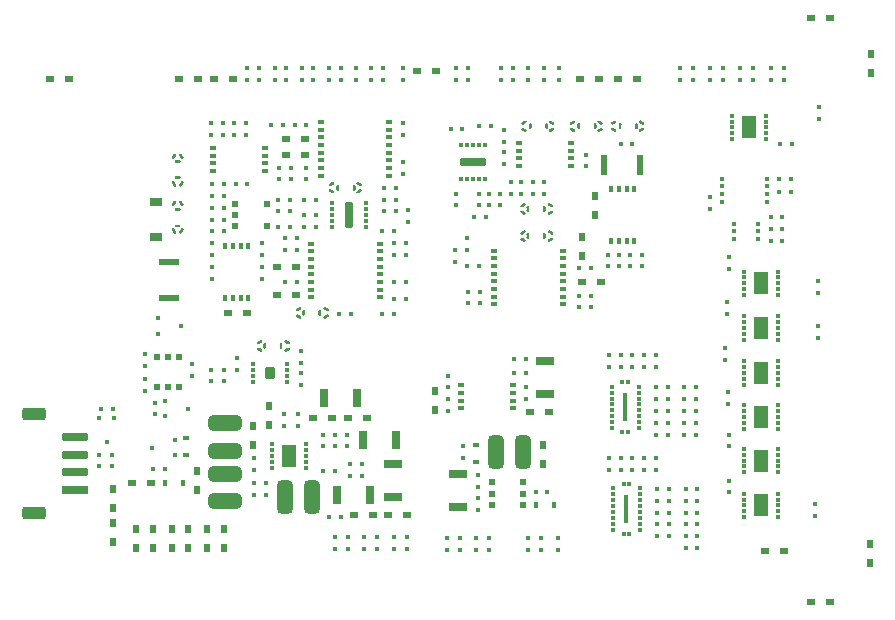
<source format=gbr>
%TF.GenerationSoftware,Altium Limited,Altium Designer,20.2.6 (244)*%
G04 Layer_Color=8421504*
%FSLAX45Y45*%
%MOMM*%
%TF.SameCoordinates,1A285BE7-DF3D-4214-9C7A-F78C9B27F18F*%
%TF.FilePolarity,Positive*%
%TF.FileFunction,Paste,Top*%
%TF.Part,Single*%
G01*
G75*
%TA.AperFunction,SMDPad,CuDef*%
%ADD54R,2.20000X0.70000*%
G04:AMPARAMS|DCode=55|XSize=2.2mm|YSize=0.7mm|CornerRadius=0.175mm|HoleSize=0mm|Usage=FLASHONLY|Rotation=180.000|XOffset=0mm|YOffset=0mm|HoleType=Round|Shape=RoundedRectangle|*
%AMROUNDEDRECTD55*
21,1,2.20000,0.35000,0,0,180.0*
21,1,1.85000,0.70000,0,0,180.0*
1,1,0.35000,-0.92500,0.17500*
1,1,0.35000,0.92500,0.17500*
1,1,0.35000,0.92500,-0.17500*
1,1,0.35000,-0.92500,-0.17500*
%
%ADD55ROUNDEDRECTD55*%
G04:AMPARAMS|DCode=56|XSize=2mm|YSize=1.1mm|CornerRadius=0.275mm|HoleSize=0mm|Usage=FLASHONLY|Rotation=180.000|XOffset=0mm|YOffset=0mm|HoleType=Round|Shape=RoundedRectangle|*
%AMROUNDEDRECTD56*
21,1,2.00000,0.55000,0,0,180.0*
21,1,1.45000,1.10000,0,0,180.0*
1,1,0.55000,-0.72500,0.27500*
1,1,0.55000,0.72500,0.27500*
1,1,0.55000,0.72500,-0.27500*
1,1,0.55000,-0.72500,-0.27500*
%
%ADD56ROUNDEDRECTD56*%
G04:AMPARAMS|DCode=63|XSize=2.8mm|YSize=1.3mm|CornerRadius=0.325mm|HoleSize=0mm|Usage=FLASHONLY|Rotation=90.000|XOffset=0mm|YOffset=0mm|HoleType=Round|Shape=RoundedRectangle|*
%AMROUNDEDRECTD63*
21,1,2.80000,0.65000,0,0,90.0*
21,1,2.15000,1.30000,0,0,90.0*
1,1,0.65000,0.32500,1.07500*
1,1,0.65000,0.32500,-1.07500*
1,1,0.65000,-0.32500,-1.07500*
1,1,0.65000,-0.32500,1.07500*
%
%ADD63ROUNDEDRECTD63*%
G04:AMPARAMS|DCode=64|XSize=2.8mm|YSize=1.3mm|CornerRadius=0.325mm|HoleSize=0mm|Usage=FLASHONLY|Rotation=0.000|XOffset=0mm|YOffset=0mm|HoleType=Round|Shape=RoundedRectangle|*
%AMROUNDEDRECTD64*
21,1,2.80000,0.65000,0,0,0.0*
21,1,2.15000,1.30000,0,0,0.0*
1,1,0.65000,1.07500,-0.32500*
1,1,0.65000,-1.07500,-0.32500*
1,1,0.65000,-1.07500,0.32500*
1,1,0.65000,1.07500,0.32500*
%
%ADD64ROUNDEDRECTD64*%
%TA.AperFunction,NonConductor*%
%ADD100C,0.25000*%
%ADD170R,0.60000X0.60000*%
%ADD171R,0.60000X0.40000*%
%ADD172R,0.60000X0.40000*%
%ADD173R,0.45000X0.30000*%
%ADD174R,0.45000X0.30000*%
%ADD175R,0.55000X0.49999*%
%ADD176R,0.55000X0.49999*%
%ADD177R,0.40000X0.60000*%
%ADD178R,0.45000X0.35000*%
%ADD179R,0.45000X0.30000*%
%ADD180R,0.45000X0.30000*%
%ADD181R,0.40000X0.40000*%
%ADD182R,0.30000X0.45000*%
%ADD183R,0.30000X0.45000*%
%ADD184R,0.80000X0.50000*%
%ADD185R,0.50000X0.80000*%
%ADD186R,1.70000X0.55000*%
%ADD187R,0.55000X1.70000*%
%ADD188R,0.80000X0.49999*%
%ADD189R,0.49999X0.80000*%
%ADD190R,0.50000X0.40000*%
%ADD191R,0.50000X0.40000*%
%ADD192R,0.40000X0.50000*%
%ADD193R,0.40000X0.50000*%
%ADD194R,1.09999X0.65001*%
%ADD195R,1.59999X0.69999*%
%ADD196R,0.69999X1.60000*%
%ADD197R,0.69999X1.60000*%
%TA.AperFunction,SMDPad,CuDef*%
G04:AMPARAMS|DCode=198|XSize=1mm|YSize=0.9mm|CornerRadius=0.125mm|HoleSize=0mm|Usage=FLASHONLY|Rotation=90.000|XOffset=0mm|YOffset=0mm|HoleType=Round|Shape=RoundedRectangle|*
%AMROUNDEDRECTD198*
21,1,1.00000,0.65000,0,0,90.0*
21,1,0.75000,0.90000,0,0,90.0*
1,1,0.25000,0.32500,0.37500*
1,1,0.25000,0.32500,-0.37500*
1,1,0.25000,-0.32500,-0.37500*
1,1,0.25000,-0.32500,0.37500*
%
%ADD198ROUNDEDRECTD198*%
G04:AMPARAMS|DCode=199|XSize=2.15mm|YSize=0.7mm|CornerRadius=0.075mm|HoleSize=0mm|Usage=FLASHONLY|Rotation=90.000|XOffset=0mm|YOffset=0mm|HoleType=Round|Shape=RoundedRectangle|*
%AMROUNDEDRECTD199*
21,1,2.15000,0.55000,0,0,90.0*
21,1,2.00000,0.70000,0,0,90.0*
1,1,0.15000,0.27500,1.00000*
1,1,0.15000,0.27500,-1.00000*
1,1,0.15000,-0.27500,-1.00000*
1,1,0.15000,-0.27500,1.00000*
%
%ADD199ROUNDEDRECTD199*%
G04:AMPARAMS|DCode=200|XSize=1.9mm|YSize=1.12mm|CornerRadius=0mm|HoleSize=0mm|Usage=FLASHONLY|Rotation=90.000|XOffset=0mm|YOffset=0mm|HoleType=Round|Shape=RoundedRectangle|*
%AMROUNDEDRECTD200*
21,1,1.90000,1.12000,0,0,90.0*
21,1,1.90000,1.12000,0,0,90.0*
1,1,0.00000,0.56000,0.95000*
1,1,0.00000,0.56000,-0.95000*
1,1,0.00000,-0.56000,-0.95000*
1,1,0.00000,-0.56000,0.95000*
%
%ADD200ROUNDEDRECTD200*%
G04:AMPARAMS|DCode=201|XSize=0.4mm|YSize=2.38mm|CornerRadius=0mm|HoleSize=0mm|Usage=FLASHONLY|Rotation=0.000|XOffset=0mm|YOffset=0mm|HoleType=Round|Shape=RoundedRectangle|*
%AMROUNDEDRECTD201*
21,1,0.40000,2.38000,0,0,0.0*
21,1,0.40000,2.38000,0,0,0.0*
1,1,0.00000,0.20000,-1.19000*
1,1,0.00000,-0.20000,-1.19000*
1,1,0.00000,-0.20000,1.19000*
1,1,0.00000,0.20000,1.19000*
%
%ADD201ROUNDEDRECTD201*%
G04:AMPARAMS|DCode=202|XSize=2.15mm|YSize=0.7mm|CornerRadius=0.075mm|HoleSize=0mm|Usage=FLASHONLY|Rotation=0.000|XOffset=0mm|YOffset=0mm|HoleType=Round|Shape=RoundedRectangle|*
%AMROUNDEDRECTD202*
21,1,2.15000,0.55000,0,0,0.0*
21,1,2.00000,0.70000,0,0,0.0*
1,1,0.15000,1.00000,-0.27500*
1,1,0.15000,-1.00000,-0.27500*
1,1,0.15000,-1.00000,0.27500*
1,1,0.15000,1.00000,0.27500*
%
%ADD202ROUNDEDRECTD202*%
D54*
X1620000Y1200000D02*
D03*
D55*
Y1350000D02*
D03*
Y1500000D02*
D03*
Y1650000D02*
D03*
D56*
X1270000Y1845000D02*
D03*
Y1005000D02*
D03*
D63*
X3625000Y1140000D02*
D03*
X3395000D02*
D03*
X5185000Y1520000D02*
D03*
X5415000D02*
D03*
D64*
X2890000Y1105000D02*
D03*
Y1335000D02*
D03*
Y1765000D02*
D03*
Y1535000D02*
D03*
D100*
X3195401Y2457423D02*
G03*
X3172890Y2444426I6599J-37423D01*
G01*
Y2395640D02*
G03*
X3195401Y2382644I29110J24426D01*
G01*
X3225708Y2407011D02*
G03*
X3225708Y2433005I-35708J12997D01*
G01*
X3406599Y2382577D02*
G03*
X3429110Y2395574I-6599J37423D01*
G01*
Y2444426D02*
G03*
X3406599Y2457423I-29110J-24426D01*
G01*
X3364292Y2432997D02*
G03*
X3364292Y2407003I35708J-12997D01*
G01*
X4014599Y3722577D02*
G03*
X4037110Y3735574I-6599J37423D01*
G01*
Y3784359D02*
G03*
X4014599Y3797356I-29110J-24426D01*
G01*
X3984292Y3772988D02*
G03*
X3984292Y3746995I35708J-12997D01*
G01*
X3803401Y3797422D02*
G03*
X3780890Y3784426I6599J-37423D01*
G01*
Y3735574D02*
G03*
X3803401Y3722577I29110J24426D01*
G01*
X3845708Y3747003D02*
G03*
X3845708Y3772997I-35708J12997D01*
G01*
X2527423Y4014599D02*
G03*
X2514426Y4037110I-37423J-6599D01*
G01*
X2465640D02*
G03*
X2452644Y4014599I24426J-29110D01*
G01*
X2477012Y3984292D02*
G03*
X2503005Y3984292I12997J35708D01*
G01*
X2452578Y3803401D02*
G03*
X2465574Y3780890I37423J6599D01*
G01*
X2514426D02*
G03*
X2527423Y3803401I-24426J29110D01*
G01*
X2502997Y3845708D02*
G03*
X2477003Y3845708I-12997J-35708D01*
G01*
X2452578Y3405401D02*
G03*
X2465574Y3382890I37423J6599D01*
G01*
X2514360D02*
G03*
X2527356Y3405401I-24426J29110D01*
G01*
X2502989Y3435708D02*
G03*
X2476995Y3435708I-12997J-35708D01*
G01*
X2527423Y3616599D02*
G03*
X2514426Y3639110I-37423J-6599D01*
G01*
X2465574D02*
G03*
X2452578Y3616599I24426J-29110D01*
G01*
X2477003Y3574292D02*
G03*
X2502997Y3574292I12997J35708D01*
G01*
X3525401Y2737423D02*
G03*
X3502890Y2724426I6599J-37423D01*
G01*
Y2675640D02*
G03*
X3525401Y2662644I29110J24426D01*
G01*
X3555708Y2687011D02*
G03*
X3555708Y2713005I-35708J12997D01*
G01*
X3736599Y2662577D02*
G03*
X3759110Y2675574I-6599J37423D01*
G01*
Y2724426D02*
G03*
X3736599Y2737423I-29110J-24426D01*
G01*
X3694292Y2712997D02*
G03*
X3694292Y2687003I35708J-12997D01*
G01*
X5425401Y3387422D02*
G03*
X5402890Y3374426I6599J-37423D01*
G01*
Y3325640D02*
G03*
X5425401Y3312644I29110J24426D01*
G01*
X5455708Y3337011D02*
G03*
X5455708Y3363005I-35708J12997D01*
G01*
X5636599Y3312577D02*
G03*
X5659110Y3325574I-6599J37423D01*
G01*
Y3374426D02*
G03*
X5636599Y3387422I-29110J-24426D01*
G01*
X5594292Y3362997D02*
G03*
X5594292Y3337003I35708J-12997D01*
G01*
X6404599Y4242577D02*
G03*
X6427110Y4255574I-6599J37423D01*
G01*
Y4304360D02*
G03*
X6404599Y4317356I-29110J-24426D01*
G01*
X6374292Y4292989D02*
G03*
X6374292Y4266995I35708J-12997D01*
G01*
X6193401Y4317423D02*
G03*
X6170890Y4304426I6599J-37423D01*
G01*
Y4255574D02*
G03*
X6193401Y4242577I29110J24426D01*
G01*
X6235708Y4267003D02*
G03*
X6235708Y4292997I-35708J12997D01*
G01*
X6054599Y4242577D02*
G03*
X6077110Y4255574I-6599J37423D01*
G01*
Y4304360D02*
G03*
X6054599Y4317356I-29110J-24426D01*
G01*
X6024292Y4292989D02*
G03*
X6024292Y4266995I35708J-12997D01*
G01*
X5843401Y4317423D02*
G03*
X5820890Y4304426I6599J-37423D01*
G01*
Y4255574D02*
G03*
X5843401Y4242577I29110J24426D01*
G01*
X5885708Y4267003D02*
G03*
X5885708Y4292997I-35708J12997D01*
G01*
X5425401Y3617423D02*
G03*
X5402890Y3604426I6599J-37423D01*
G01*
Y3555640D02*
G03*
X5425401Y3542644I29110J24426D01*
G01*
X5455708Y3567011D02*
G03*
X5455708Y3593005I-35708J12997D01*
G01*
X5636599Y3542577D02*
G03*
X5659110Y3555574I-6599J37423D01*
G01*
Y3604426D02*
G03*
X5636599Y3617423I-29110J-24426D01*
G01*
X5594292Y3592997D02*
G03*
X5594292Y3567003I35708J-12997D01*
G01*
X5644599Y4242577D02*
G03*
X5667110Y4255574I-6599J37423D01*
G01*
Y4304360D02*
G03*
X5644599Y4317356I-29110J-24426D01*
G01*
X5614292Y4292989D02*
G03*
X5614292Y4266995I35708J-12997D01*
G01*
X5433401Y4317423D02*
G03*
X5410890Y4304426I6599J-37423D01*
G01*
Y4255574D02*
G03*
X5433401Y4242577I29110J24426D01*
G01*
X5475708Y4267003D02*
G03*
X5475708Y4292997I-35708J12997D01*
G01*
D170*
X5150000Y1170000D02*
D03*
X5150000Y1265000D02*
D03*
X5150000Y1075000D02*
D03*
X5410000D02*
D03*
Y1170000D02*
D03*
Y1265000D02*
D03*
X2410000Y2329999D02*
D03*
X2504998Y2329998D02*
D03*
X2315000Y2329999D02*
D03*
X2315002Y2070001D02*
D03*
X2410000Y2070000D02*
D03*
X2505000D02*
D03*
D171*
X4890023Y2087509D02*
D03*
X4890000Y2022500D02*
D03*
Y1957500D02*
D03*
Y1892500D02*
D03*
X5330000D02*
D03*
Y1957500D02*
D03*
Y2087500D02*
D03*
X3700000Y3862500D02*
D03*
Y3927500D02*
D03*
Y3992500D02*
D03*
Y4057500D02*
D03*
Y4122500D02*
D03*
Y4187500D02*
D03*
Y4252500D02*
D03*
Y4317500D02*
D03*
X4280000Y4317500D02*
D03*
Y4252500D02*
D03*
Y4187500D02*
D03*
Y4122500D02*
D03*
Y4057500D02*
D03*
Y3992500D02*
D03*
Y3927500D02*
D03*
Y3862500D02*
D03*
X3229976Y3902491D02*
D03*
X3230000Y3967503D02*
D03*
Y4032496D02*
D03*
Y4097500D02*
D03*
X2790004D02*
D03*
Y4032496D02*
D03*
X2790000Y3902500D02*
D03*
X3620000Y2832500D02*
D03*
Y2897500D02*
D03*
Y2962500D02*
D03*
Y3027500D02*
D03*
Y3092500D02*
D03*
Y3157500D02*
D03*
Y3222500D02*
D03*
Y3287500D02*
D03*
X4200000Y3287500D02*
D03*
Y3222500D02*
D03*
Y3157500D02*
D03*
Y3092500D02*
D03*
Y3027500D02*
D03*
Y2962500D02*
D03*
Y2897500D02*
D03*
Y2832500D02*
D03*
X5750000Y3227496D02*
D03*
Y3162500D02*
D03*
Y3097500D02*
D03*
Y3032496D02*
D03*
Y2967503D02*
D03*
Y2902500D02*
D03*
Y2837500D02*
D03*
Y2772503D02*
D03*
X5170000Y2772503D02*
D03*
Y2837500D02*
D03*
Y2902500D02*
D03*
Y2967503D02*
D03*
Y3032496D02*
D03*
Y3097500D02*
D03*
Y3162500D02*
D03*
Y3227496D02*
D03*
X5819977Y3942491D02*
D03*
X5820000Y4007503D02*
D03*
Y4072496D02*
D03*
Y4137499D02*
D03*
X5380003D02*
D03*
Y4072496D02*
D03*
X5380000Y3942500D02*
D03*
D172*
X5330000Y2022500D02*
D03*
X2790002Y3967503D02*
D03*
X5380002Y4007503D02*
D03*
D173*
X3127499Y2265000D02*
D03*
Y2215000D02*
D03*
Y2165000D02*
D03*
X3412499Y2115000D02*
D03*
Y2165000D02*
D03*
Y2215000D02*
D03*
X4082500Y3580000D02*
D03*
Y3530000D02*
D03*
Y3480000D02*
D03*
X3797500D02*
D03*
Y3530000D02*
D03*
Y3580000D02*
D03*
Y3630000D02*
D03*
X4082500Y3430000D02*
D03*
X3287500Y1590000D02*
D03*
Y1540000D02*
D03*
Y1490000D02*
D03*
Y1440000D02*
D03*
X3572499Y1390000D02*
D03*
Y1440000D02*
D03*
Y1490000D02*
D03*
Y1540000D02*
D03*
D174*
X3127499Y2115000D02*
D03*
X3412499Y2265000D02*
D03*
X4082500Y3630000D02*
D03*
X3797500Y3430000D02*
D03*
X3287500Y1390000D02*
D03*
X3572499Y1590000D02*
D03*
D175*
X3242500Y3625000D02*
D03*
Y3434999D02*
D03*
X2977500D02*
D03*
Y3625000D02*
D03*
D176*
X2977500Y3530000D02*
D03*
D177*
X2892491Y2830025D02*
D03*
X2957499Y2830001D02*
D03*
X3022497Y2829999D02*
D03*
X3087500Y2830002D02*
D03*
X3087502Y3270000D02*
D03*
X3022498Y3269995D02*
D03*
X2957501Y3270000D02*
D03*
X2892500Y3270002D02*
D03*
X6357508Y3749976D02*
D03*
X6292499Y3750000D02*
D03*
X6227501Y3749998D02*
D03*
X6162500Y3750000D02*
D03*
X6162502Y3310002D02*
D03*
X6227502D02*
D03*
X6292500Y3310000D02*
D03*
X6357500Y3309999D02*
D03*
D178*
X7102500Y3837500D02*
D03*
Y3772500D02*
D03*
Y3707500D02*
D03*
Y3642500D02*
D03*
X7477500D02*
D03*
Y3707500D02*
D03*
Y3772500D02*
D03*
Y3837500D02*
D03*
D179*
X7287500Y3050000D02*
D03*
Y3000000D02*
D03*
Y2950000D02*
D03*
Y2900000D02*
D03*
X7572500Y2850000D02*
D03*
Y2900000D02*
D03*
Y2950000D02*
D03*
Y3000000D02*
D03*
X7287500Y970000D02*
D03*
X7572500Y1170000D02*
D03*
X7287500Y1720000D02*
D03*
X7572500Y1920000D02*
D03*
X7287500Y1550000D02*
D03*
Y1500000D02*
D03*
Y1450000D02*
D03*
Y1400000D02*
D03*
X7572500Y1350000D02*
D03*
Y1400000D02*
D03*
Y1450000D02*
D03*
Y1500000D02*
D03*
X6402500Y1015000D02*
D03*
Y965000D02*
D03*
Y915000D02*
D03*
Y865000D02*
D03*
X6177500D02*
D03*
Y915000D02*
D03*
Y965000D02*
D03*
Y1015000D02*
D03*
X6402500Y1215000D02*
D03*
Y1165000D02*
D03*
Y1115000D02*
D03*
Y1065000D02*
D03*
X6177500D02*
D03*
Y1115000D02*
D03*
Y1165000D02*
D03*
Y1215000D02*
D03*
X7287500Y2290000D02*
D03*
Y2240000D02*
D03*
Y2190000D02*
D03*
Y2140000D02*
D03*
X7572500Y2090000D02*
D03*
Y2140000D02*
D03*
Y2190000D02*
D03*
Y2240000D02*
D03*
X7472498Y4170002D02*
D03*
Y4220001D02*
D03*
Y4270000D02*
D03*
Y4319998D02*
D03*
X7187502Y4369998D02*
D03*
Y4319998D02*
D03*
Y4270000D02*
D03*
Y4220001D02*
D03*
X7287500Y2470000D02*
D03*
X7572500Y2670000D02*
D03*
X6392500Y1875000D02*
D03*
Y1824999D02*
D03*
Y1774999D02*
D03*
Y1725000D02*
D03*
X6167500D02*
D03*
Y1775000D02*
D03*
Y1825000D02*
D03*
Y1875000D02*
D03*
X6392500Y2075000D02*
D03*
Y2025000D02*
D03*
Y1975000D02*
D03*
Y1925000D02*
D03*
X6167500D02*
D03*
Y1975000D02*
D03*
Y2025000D02*
D03*
Y2074999D02*
D03*
D180*
X7287500Y2850000D02*
D03*
X7572500Y3050000D02*
D03*
X7287500Y1170000D02*
D03*
Y1120000D02*
D03*
Y1070000D02*
D03*
Y1020000D02*
D03*
X7572500Y970000D02*
D03*
Y1020000D02*
D03*
Y1070000D02*
D03*
Y1120000D02*
D03*
X7287500Y1920000D02*
D03*
Y1870000D02*
D03*
Y1820000D02*
D03*
Y1770000D02*
D03*
X7572500Y1720000D02*
D03*
Y1770000D02*
D03*
Y1820000D02*
D03*
Y1870000D02*
D03*
X7287500Y1350000D02*
D03*
X7572500Y1550000D02*
D03*
X7287500Y2090000D02*
D03*
X7572500Y2290000D02*
D03*
X7472498Y4369998D02*
D03*
X7187502Y4170001D02*
D03*
X7287500Y2670000D02*
D03*
Y2620000D02*
D03*
Y2570000D02*
D03*
Y2520000D02*
D03*
X7572500Y2470000D02*
D03*
Y2520000D02*
D03*
Y2570000D02*
D03*
Y2620000D02*
D03*
D181*
X7200000Y3455000D02*
D03*
Y3390000D02*
D03*
Y3325000D02*
D03*
X7400000D02*
D03*
Y3390000D02*
D03*
Y3455000D02*
D03*
X2270004Y1560000D02*
D03*
X2469997Y1625000D02*
D03*
Y1495004D02*
D03*
X2580000Y1889999D02*
D03*
X2380000Y1824999D02*
D03*
Y1954999D02*
D03*
X1890000Y1609998D02*
D03*
X1824999Y1809997D02*
D03*
X1954995Y1809998D02*
D03*
X2520000Y2590000D02*
D03*
X2320000Y2525000D02*
D03*
Y2655000D02*
D03*
X5020000Y790000D02*
D03*
X5020000Y690000D02*
D03*
X4950000Y4670000D02*
D03*
X4950000Y4770000D02*
D03*
X4880000Y790000D02*
D03*
X4879999Y690000D02*
D03*
X4070000Y800000D02*
D03*
X4069999Y700000D02*
D03*
X3930000Y700002D02*
D03*
X3930000Y800002D02*
D03*
X4000000Y4670000D02*
D03*
X4000000Y4770000D02*
D03*
X4129998D02*
D03*
X4129997Y4670000D02*
D03*
X3640000D02*
D03*
X3640000Y4770000D02*
D03*
X3769998D02*
D03*
X3769998Y4670000D02*
D03*
X7510000D02*
D03*
X7510000Y4770000D02*
D03*
X7619998D02*
D03*
X7619997Y4670000D02*
D03*
X7250000D02*
D03*
X7250000Y4770000D02*
D03*
X7359998D02*
D03*
X7359997Y4670000D02*
D03*
X7000000D02*
D03*
X7000000Y4770000D02*
D03*
X7109998D02*
D03*
X7109997Y4670000D02*
D03*
X6740000D02*
D03*
X6740000Y4770000D02*
D03*
X6849998D02*
D03*
X6849997Y4670000D02*
D03*
X5589998Y4770000D02*
D03*
X5589997Y4670000D02*
D03*
X5329998Y4770000D02*
D03*
X5329997Y4670000D02*
D03*
X6880000Y1670000D02*
D03*
X6780000D02*
D03*
X6640000D02*
D03*
X6540000D02*
D03*
X4849998Y4770000D02*
D03*
X4849997Y4670000D02*
D03*
X5570000Y690000D02*
D03*
X5570000Y790000D02*
D03*
X5460002D02*
D03*
X5460002Y690000D02*
D03*
X3920000Y1670000D02*
D03*
X3920000Y1570000D02*
D03*
X5140000Y4280000D02*
D03*
X5040000D02*
D03*
X5250000Y4150000D02*
D03*
X5250000Y4250000D02*
D03*
X3720003Y1670000D02*
D03*
X3819996D02*
D03*
X3819999Y1569999D02*
D03*
X3719999D02*
D03*
X3950000Y1319999D02*
D03*
X3949999Y1419999D02*
D03*
X7000002Y3680000D02*
D03*
X7000002Y3580000D02*
D03*
X7580003Y3720000D02*
D03*
X7679996D02*
D03*
X6890000Y1210000D02*
D03*
X6790000D02*
D03*
X6649999D02*
D03*
X6549999D02*
D03*
X6889999Y810000D02*
D03*
X6789999D02*
D03*
X6649999D02*
D03*
X6549999D02*
D03*
X6890000Y910000D02*
D03*
X6790000D02*
D03*
X6649999D02*
D03*
X6549999D02*
D03*
X6890000Y1010000D02*
D03*
X6790000D02*
D03*
X6650000D02*
D03*
X6550000D02*
D03*
X6890000Y1110000D02*
D03*
X6790000D02*
D03*
X6650000D02*
D03*
X6550000D02*
D03*
X6880000Y1770000D02*
D03*
X6780000D02*
D03*
X6640000D02*
D03*
X6540000D02*
D03*
X6880000Y1870000D02*
D03*
X6780000D02*
D03*
X6640000D02*
D03*
X6540000D02*
D03*
X6880000Y1970000D02*
D03*
X6780000D02*
D03*
X6640000D02*
D03*
X6540000D02*
D03*
X6880000Y2070000D02*
D03*
X6780000D02*
D03*
X6640000D02*
D03*
X6540000D02*
D03*
X5230000Y4770000D02*
D03*
X5230000Y4670000D02*
D03*
X4180000Y700002D02*
D03*
X4180000Y800002D02*
D03*
X3820000Y700000D02*
D03*
X3819999Y800000D02*
D03*
X5130000Y690000D02*
D03*
X5129999Y790000D02*
D03*
X4770000Y690000D02*
D03*
X4770000Y790000D02*
D03*
X3869998Y4770000D02*
D03*
X3869997Y4670000D02*
D03*
X3539998Y4770000D02*
D03*
X3539997Y4670000D02*
D03*
X4230000Y4770000D02*
D03*
X4230000Y4670000D02*
D03*
X2280004Y1380000D02*
D03*
X2379997D02*
D03*
X1940000Y1890000D02*
D03*
X1839999D02*
D03*
X1930000Y1400002D02*
D03*
X1930000Y1500002D02*
D03*
X1820000Y1500000D02*
D03*
X1819999Y1400000D02*
D03*
X3410000Y4670000D02*
D03*
X3410000Y4770000D02*
D03*
X5439997Y2310000D02*
D03*
X5340004D02*
D03*
X2210000Y2140000D02*
D03*
X2210000Y2040000D02*
D03*
X5030000Y1330000D02*
D03*
X5030000Y1230000D02*
D03*
X2210000Y2249998D02*
D03*
X2210000Y2349997D02*
D03*
X5029998Y1130000D02*
D03*
X5029998Y1030000D02*
D03*
X2299998Y1940000D02*
D03*
X2299997Y1840000D02*
D03*
X5710002Y790000D02*
D03*
X5710002Y690000D02*
D03*
X3560003Y3660000D02*
D03*
X3659996D02*
D03*
X2970003Y4310000D02*
D03*
X3069996D02*
D03*
X4400000Y3880000D02*
D03*
X4400000Y3980000D02*
D03*
X2869998Y4310000D02*
D03*
X2869997Y4210000D02*
D03*
X3450000Y3830002D02*
D03*
X3450000Y3930002D02*
D03*
X5720000Y4770000D02*
D03*
X5720000Y4670000D02*
D03*
X3180000Y4770000D02*
D03*
X3180000Y4670000D02*
D03*
X5460000Y4770000D02*
D03*
X5460000Y4670000D02*
D03*
X3079998Y4770000D02*
D03*
X3079997Y4670000D02*
D03*
X2769998Y2119998D02*
D03*
X2769998Y2219998D02*
D03*
X3530000Y2089997D02*
D03*
X3529999Y2189997D02*
D03*
X4320000Y800000D02*
D03*
X4319999Y700000D02*
D03*
X4430002Y800000D02*
D03*
X4430002Y700000D02*
D03*
X3309998Y4770000D02*
D03*
X3309997Y4670000D02*
D03*
X2879997Y2119999D02*
D03*
X2879997Y2219999D02*
D03*
X2990002Y2319998D02*
D03*
X2990003Y2219998D02*
D03*
X3560003Y3430000D02*
D03*
X3659996D02*
D03*
X4320000Y3389999D02*
D03*
X4220000D02*
D03*
X3560003Y3530000D02*
D03*
X3659996D02*
D03*
X4420000Y2960000D02*
D03*
X4319999D02*
D03*
X5040000Y3100000D02*
D03*
X4940000D02*
D03*
X4850000Y3609998D02*
D03*
X4849999Y3709998D02*
D03*
X3860003Y2690000D02*
D03*
X3959996D02*
D03*
X2780003Y3690000D02*
D03*
X2879996D02*
D03*
X2780003Y3590000D02*
D03*
X2879996D02*
D03*
X2780003Y3390000D02*
D03*
X2879996D02*
D03*
X4220000Y2690000D02*
D03*
X4320000D02*
D03*
X7510003Y3410000D02*
D03*
X7609996D02*
D03*
X6440000Y1369998D02*
D03*
X6439999Y1469998D02*
D03*
X7610000Y3510000D02*
D03*
X7510000D02*
D03*
X6440000Y2240000D02*
D03*
X6439999Y2340000D02*
D03*
X4839997Y3130000D02*
D03*
X4839998Y3230000D02*
D03*
X6240003Y4130000D02*
D03*
X6339996D02*
D03*
X4800003Y4260000D02*
D03*
X4899996D02*
D03*
X5500000Y3710000D02*
D03*
X5500000Y3809999D02*
D03*
X5589998D02*
D03*
X5589997Y3710000D02*
D03*
X2610000Y2270000D02*
D03*
X2610000Y2170000D02*
D03*
X4910000Y1470002D02*
D03*
X4910000Y1570002D02*
D03*
X4780000Y2070000D02*
D03*
X4780000Y2170000D02*
D03*
X5520003Y1180000D02*
D03*
X5619996D02*
D03*
X5440000Y1970001D02*
D03*
X5440000Y2070000D02*
D03*
X4780000Y1870000D02*
D03*
X4780000Y1970000D02*
D03*
X2780002Y3090000D02*
D03*
X2780002Y2990000D02*
D03*
X2780000Y3190000D02*
D03*
X2780000Y3290000D02*
D03*
X3380000Y4290000D02*
D03*
X3280000D02*
D03*
X3580000D02*
D03*
X3480000D02*
D03*
X4400000Y4670000D02*
D03*
X4400000Y4770000D02*
D03*
X4400000Y4310000D02*
D03*
X4400000Y4210000D02*
D03*
X2980003Y3790000D02*
D03*
X3079996D02*
D03*
X2880000D02*
D03*
X2780000D02*
D03*
X3580002Y3930000D02*
D03*
X3580001Y3830000D02*
D03*
X2770000Y4210000D02*
D03*
X2770000Y4310000D02*
D03*
X2970003Y4210000D02*
D03*
X3069996D02*
D03*
X3350000Y3830000D02*
D03*
X3349999Y3930000D02*
D03*
X6420000Y3100000D02*
D03*
X6320000D02*
D03*
X6420000Y3190000D02*
D03*
X6320000D02*
D03*
X3530000Y2279997D02*
D03*
X3529999Y2379997D02*
D03*
X7890000Y1080000D02*
D03*
X7889999Y980000D02*
D03*
X3340003Y3560000D02*
D03*
X3439996D02*
D03*
X3340003Y3660000D02*
D03*
X3439996D02*
D03*
X4440000Y3470002D02*
D03*
X4440000Y3570002D02*
D03*
X4240003Y3560000D02*
D03*
X4339996D02*
D03*
X4240003Y3760000D02*
D03*
X4339996D02*
D03*
X4240003Y3660000D02*
D03*
X4339996D02*
D03*
X3340003Y3430000D02*
D03*
X3439996D02*
D03*
X6140003Y1470000D02*
D03*
X6239996D02*
D03*
X6140003Y2340000D02*
D03*
X6239996D02*
D03*
X7910000Y2590000D02*
D03*
X7909999Y2490000D02*
D03*
X7919998Y4440000D02*
D03*
X7919997Y4340000D02*
D03*
X3500000Y3330000D02*
D03*
X3400000D02*
D03*
X3500000Y3230000D02*
D03*
X3400000D02*
D03*
X4320003Y3190000D02*
D03*
X4419996D02*
D03*
X4320003Y3290000D02*
D03*
X4419996D02*
D03*
X3200002Y3090000D02*
D03*
X3200002Y2990000D02*
D03*
X3200000Y3190000D02*
D03*
X3200000Y3290000D02*
D03*
X3500000Y2960000D02*
D03*
X3400000D02*
D03*
X2780003Y3490000D02*
D03*
X2879996D02*
D03*
X6130003Y3100000D02*
D03*
X6229996D02*
D03*
X6130003Y3190000D02*
D03*
X6229996D02*
D03*
X7580003Y3830000D02*
D03*
X7679996D02*
D03*
X6540000Y1470000D02*
D03*
X6539999Y1370000D02*
D03*
X6540002Y2340000D02*
D03*
X6540002Y2240000D02*
D03*
X7910000Y2869998D02*
D03*
X7909999Y2969998D02*
D03*
X3870000Y970000D02*
D03*
X3770000D02*
D03*
X3510002Y1840000D02*
D03*
X3510002Y1740000D02*
D03*
X3390000Y1840000D02*
D03*
X3389999Y1740000D02*
D03*
X3820000Y1360000D02*
D03*
X3720000D02*
D03*
X3139998Y1470000D02*
D03*
X3139997Y1370000D02*
D03*
X4050000Y1319997D02*
D03*
X4049999Y1419997D02*
D03*
X3140003Y1160000D02*
D03*
X3239996D02*
D03*
X3240000Y1260000D02*
D03*
X3139999D02*
D03*
X5340004Y2190000D02*
D03*
X5439997D02*
D03*
X4320003Y2820000D02*
D03*
X4419996D02*
D03*
X4940000Y3230000D02*
D03*
X4940000Y3329999D02*
D03*
X7160000Y1569998D02*
D03*
X7159999Y1669998D02*
D03*
X7160000Y1179998D02*
D03*
X7159999Y1279997D02*
D03*
X7120000Y2299998D02*
D03*
X7119999Y2399998D02*
D03*
X7150000Y1930000D02*
D03*
X7149999Y2030000D02*
D03*
X7140000Y2690000D02*
D03*
X7139999Y2790000D02*
D03*
X7590003Y4130000D02*
D03*
X7689996D02*
D03*
X7160000Y3069998D02*
D03*
X7159999Y3169998D02*
D03*
X6890000Y710000D02*
D03*
X6790000D02*
D03*
X7510003Y3310000D02*
D03*
X7609996D02*
D03*
X6140003Y2240000D02*
D03*
X6239996D02*
D03*
X6140003Y1370000D02*
D03*
X6239996D02*
D03*
X6340000Y1369998D02*
D03*
X6340000Y1469998D02*
D03*
X6340000Y2240002D02*
D03*
X6340000Y2340002D02*
D03*
X5890003Y2750000D02*
D03*
X5989997D02*
D03*
X5890003Y2840000D02*
D03*
X5989997D02*
D03*
X4950000Y2780002D02*
D03*
X4950000Y2880002D02*
D03*
X5050000Y2780000D02*
D03*
X5050000Y2880000D02*
D03*
X5890003Y3080000D02*
D03*
X5989997D02*
D03*
X5950000Y4040000D02*
D03*
X5950000Y3940000D02*
D03*
X5309998Y3809999D02*
D03*
X5309998Y3710000D02*
D03*
X5399998Y3809999D02*
D03*
X5399997Y3710000D02*
D03*
X5220002D02*
D03*
X5220002Y3610000D02*
D03*
X5130000D02*
D03*
X5129999Y3710000D02*
D03*
X5040002D02*
D03*
X5040002Y3610000D02*
D03*
X5000003Y3510000D02*
D03*
X5099996D02*
D03*
X5250000Y4059999D02*
D03*
X5250000Y3960000D02*
D03*
D182*
X6315000Y827500D02*
D03*
X6265000D02*
D03*
Y1252500D02*
D03*
X6315000D02*
D03*
X6305000Y1687500D02*
D03*
X6255000D02*
D03*
Y2112500D02*
D03*
X6305000D02*
D03*
D183*
X5089999Y3837501D02*
D03*
X5039999D02*
D03*
X4990000Y3837502D02*
D03*
X4940001Y3837501D02*
D03*
X4890001Y4122498D02*
D03*
X4940001D02*
D03*
X4990000Y4122498D02*
D03*
X5039999Y4122499D02*
D03*
X5089999D02*
D03*
X4890001Y3837501D02*
D03*
D184*
X3079999Y2700000D02*
D03*
X2920003D02*
D03*
X6380000Y4680000D02*
D03*
X6220000D02*
D03*
X2960000D02*
D03*
X2800000D02*
D03*
X6060000D02*
D03*
X5900000D02*
D03*
X2660000D02*
D03*
X2500000D02*
D03*
X1570000D02*
D03*
X1410000D02*
D03*
X7850000Y250000D02*
D03*
X8010000D02*
D03*
X7850000Y5200000D02*
D03*
X8010000D02*
D03*
X4089999Y1810000D02*
D03*
X3930003D02*
D03*
X5630000Y1860000D02*
D03*
X5470003D02*
D03*
X3410000Y4170000D02*
D03*
X3570000D02*
D03*
X3410000Y4040000D02*
D03*
X3570000D02*
D03*
X2100000Y1260000D02*
D03*
X2260000D02*
D03*
X3330000Y3090000D02*
D03*
X3490000D02*
D03*
X3330000Y2850000D02*
D03*
X3490000D02*
D03*
X4430000Y990000D02*
D03*
X4270003D02*
D03*
X7619999Y680000D02*
D03*
X7460003D02*
D03*
X4520000Y4750000D02*
D03*
X4680000D02*
D03*
X6070000Y2960000D02*
D03*
X5910003D02*
D03*
D185*
X6019999Y3689998D02*
D03*
X6020000Y3530001D02*
D03*
X8350000Y739998D02*
D03*
Y580001D02*
D03*
X8359998Y4889998D02*
D03*
X8360000Y4729999D02*
D03*
X5580002Y1579998D02*
D03*
X5580000Y1419999D02*
D03*
X4669998Y2039998D02*
D03*
X4670000Y1880003D02*
D03*
X3259997Y1909998D02*
D03*
X3260000Y1750004D02*
D03*
X3130000Y1739998D02*
D03*
Y1580001D02*
D03*
X2440000Y709999D02*
D03*
X2439998Y869998D02*
D03*
X2650000Y1200001D02*
D03*
X2650000Y1359998D02*
D03*
X2740000Y709999D02*
D03*
X2739998Y869998D02*
D03*
X2140000Y710001D02*
D03*
X2140000Y869998D02*
D03*
X5910000Y3339998D02*
D03*
Y3180001D02*
D03*
D186*
X2419999Y3132499D02*
D03*
X2420000Y2827501D02*
D03*
D187*
X6097500Y3949999D02*
D03*
X6402500Y3950000D02*
D03*
D188*
X3799999Y1810000D02*
D03*
X3639999D02*
D03*
X4140000Y990000D02*
D03*
X3980000D02*
D03*
D189*
X1940000Y1209999D02*
D03*
X1939999Y1050001D02*
D03*
X1940000Y919999D02*
D03*
X1939999Y760001D02*
D03*
X2880000Y869999D02*
D03*
X2879999Y710001D02*
D03*
X2580000Y710000D02*
D03*
Y869998D02*
D03*
X2280000Y869999D02*
D03*
X2280000Y710001D02*
D03*
D190*
X2560000Y1495001D02*
D03*
X5020000Y1434999D02*
D03*
D191*
X2559999Y1644999D02*
D03*
X5019999Y1584999D02*
D03*
D192*
X5525000Y1070000D02*
D03*
X2385000Y1260000D02*
D03*
D193*
X5675000Y1070000D02*
D03*
X2535000Y1260000D02*
D03*
D194*
X2310000Y3637499D02*
D03*
Y3342501D02*
D03*
D195*
X5600000Y2010000D02*
D03*
X5600001Y2290000D02*
D03*
X4860000Y1340000D02*
D03*
X4859999Y1060000D02*
D03*
X4310000Y1139999D02*
D03*
X4310001Y1420000D02*
D03*
D196*
X4060001Y1620000D02*
D03*
X4339998Y1619999D02*
D03*
D197*
X3840001Y1160000D02*
D03*
X4119998Y1159999D02*
D03*
X3730001Y1980000D02*
D03*
X4009998Y1979999D02*
D03*
D198*
X3269999Y2190000D02*
D03*
D199*
X3940000Y3530000D02*
D03*
D200*
X3429999Y1490000D02*
D03*
X7430000Y2950000D02*
D03*
Y1070000D02*
D03*
Y1820000D02*
D03*
Y1450000D02*
D03*
Y2190000D02*
D03*
X7330000Y4270000D02*
D03*
X7430000Y2570000D02*
D03*
D201*
X6290000Y1040000D02*
D03*
X6280000Y1900000D02*
D03*
D202*
X4990000Y3980000D02*
D03*
%TF.MD5,8950ea924df813df1c688e144740901b*%
M02*

</source>
